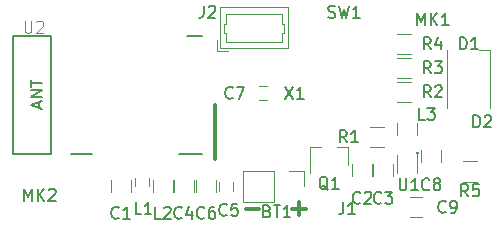
<source format=gto>
%TF.GenerationSoftware,KiCad,Pcbnew,no-vcs-found-8182369~60~ubuntu16.04.1*%
%TF.CreationDate,2017-09-13T17:00:57+05:30*%
%TF.ProjectId,snap_rev1,736E61705F726576312E6B696361645F,rev?*%
%TF.SameCoordinates,Original*%
%TF.FileFunction,Legend,Top*%
%TF.FilePolarity,Positive*%
%FSLAX46Y46*%
G04 Gerber Fmt 4.6, Leading zero omitted, Abs format (unit mm)*
G04 Created by KiCad (PCBNEW no-vcs-found-8182369~60~ubuntu16.04.1) date Wed Sep 13 17:00:57 2017*
%MOMM*%
%LPD*%
G01*
G04 APERTURE LIST*
%ADD10C,0.300000*%
%ADD11C,0.100000*%
%ADD12C,0.120000*%
%ADD13C,0.150000*%
%ADD14C,0.125000*%
G04 APERTURE END LIST*
D10*
X63436428Y-64623142D02*
X62293571Y-64623142D01*
X67373428Y-64623142D02*
X66230571Y-64623142D01*
X66802000Y-65194571D02*
X66802000Y-64051714D01*
D11*
X76708000Y-59817000D02*
X76708000Y-59944000D01*
X76835000Y-59817000D02*
X76708000Y-59817000D01*
X76835000Y-59944000D02*
X76835000Y-59817000D01*
D12*
%TO.C,U1*%
X76796000Y-59888000D02*
X76796000Y-61588000D01*
X75096000Y-60038000D02*
X75096000Y-61588000D01*
%TO.C,C1*%
X52539000Y-63238000D02*
X52539000Y-62238000D01*
X50839000Y-62238000D02*
X50839000Y-63238000D01*
%TO.C,C2*%
X72986000Y-61841000D02*
X72986000Y-60841000D01*
X71286000Y-60841000D02*
X71286000Y-61841000D01*
%TO.C,C3*%
X73064000Y-60841000D02*
X73064000Y-61841000D01*
X74764000Y-61841000D02*
X74764000Y-60841000D01*
%TO.C,C4*%
X57873000Y-63238000D02*
X57873000Y-62238000D01*
X56173000Y-62238000D02*
X56173000Y-63238000D01*
%TO.C,C6*%
X58078000Y-62238000D02*
X58078000Y-63238000D01*
X59778000Y-63238000D02*
X59778000Y-62238000D01*
%TO.C,C8*%
X78828000Y-60698000D02*
X78828000Y-59698000D01*
X77128000Y-59698000D02*
X77128000Y-60698000D01*
%TO.C,D1*%
X82953000Y-51171000D02*
X82053000Y-51171000D01*
X79353000Y-51171000D02*
X79353000Y-56071000D01*
X82953000Y-56071000D02*
X82953000Y-51171000D01*
%TO.C,J2*%
X60072000Y-47559000D02*
X60072000Y-51059000D01*
X60072000Y-51059000D02*
X65872000Y-51059000D01*
X65872000Y-51059000D02*
X65872000Y-47559000D01*
X65872000Y-47559000D02*
X60072000Y-47559000D01*
X62972000Y-50509000D02*
X60622000Y-50509000D01*
X60622000Y-50509000D02*
X60622000Y-49784000D01*
X60622000Y-49784000D02*
X60422000Y-49784000D01*
X60422000Y-49784000D02*
X60422000Y-48984000D01*
X60422000Y-48984000D02*
X60622000Y-48984000D01*
X60622000Y-48984000D02*
X60622000Y-48109000D01*
X60622000Y-48109000D02*
X62972000Y-48109000D01*
X62972000Y-50509000D02*
X65322000Y-50509000D01*
X65322000Y-50509000D02*
X65322000Y-49784000D01*
X65322000Y-49784000D02*
X65522000Y-49784000D01*
X65522000Y-49784000D02*
X65522000Y-48984000D01*
X65522000Y-48984000D02*
X65322000Y-48984000D01*
X65322000Y-48984000D02*
X65322000Y-48109000D01*
X65322000Y-48109000D02*
X62972000Y-48109000D01*
X59822000Y-51309000D02*
X59822000Y-50309000D01*
X59822000Y-51309000D02*
X60822000Y-51309000D01*
%TO.C,L2*%
X54395000Y-62238000D02*
X54395000Y-63238000D01*
X56095000Y-63238000D02*
X56095000Y-62238000D01*
%TO.C,L3*%
X75096000Y-57412000D02*
X75096000Y-58412000D01*
X76796000Y-58412000D02*
X76796000Y-57412000D01*
%TO.C,Q1*%
X70922000Y-59438000D02*
X69992000Y-59438000D01*
X67762000Y-59438000D02*
X68692000Y-59438000D01*
X67762000Y-59438000D02*
X67762000Y-61598000D01*
X70922000Y-59438000D02*
X70922000Y-60898000D01*
%TO.C,R1*%
X74006000Y-59427000D02*
X72806000Y-59427000D01*
X72806000Y-57667000D02*
X74006000Y-57667000D01*
%TO.C,R2*%
X76292000Y-55617000D02*
X75092000Y-55617000D01*
X75092000Y-53857000D02*
X76292000Y-53857000D01*
%TO.C,R3*%
X75092000Y-51825000D02*
X76292000Y-51825000D01*
X76292000Y-53585000D02*
X75092000Y-53585000D01*
%TO.C,R4*%
X76292000Y-51553000D02*
X75092000Y-51553000D01*
X75092000Y-49793000D02*
X76292000Y-49793000D01*
%TO.C,R5*%
X80680000Y-60588000D02*
X81880000Y-60588000D01*
X81880000Y-62348000D02*
X80680000Y-62348000D01*
D13*
%TO.C,U2*%
X45820000Y-50000000D02*
X45820000Y-60000000D01*
X42570000Y-60000000D02*
X42570000Y-50000000D01*
X49250600Y-60003800D02*
X47498000Y-60003800D01*
X42570400Y-60003800D02*
X45821600Y-60003800D01*
X58547000Y-60003800D02*
X56616600Y-60003800D01*
X58572400Y-49996200D02*
X57302400Y-49996200D01*
X42570400Y-49996200D02*
X45821600Y-49996200D01*
D10*
%TO.C,X1*%
X59690000Y-60452000D02*
X59690000Y-55880000D01*
D12*
%TO.C,C9*%
X77208000Y-63666000D02*
X76208000Y-63666000D01*
X76208000Y-65366000D02*
X77208000Y-65366000D01*
%TO.C,BT1*%
X62043000Y-61408000D02*
X62043000Y-64068000D01*
X64643000Y-61408000D02*
X62043000Y-61408000D01*
X64643000Y-64068000D02*
X62043000Y-64068000D01*
X64643000Y-61408000D02*
X64643000Y-64068000D01*
X65913000Y-61408000D02*
X67243000Y-61408000D01*
X67243000Y-61408000D02*
X67243000Y-62738000D01*
%TO.C,C5*%
X61179000Y-62388000D02*
X61179000Y-63088000D01*
X59979000Y-63088000D02*
X59979000Y-62388000D01*
%TO.C,C7*%
X64104000Y-55464000D02*
X63404000Y-55464000D01*
X63404000Y-54264000D02*
X64104000Y-54264000D01*
%TO.C,L1*%
X52867000Y-62707000D02*
X52867000Y-62007000D01*
X54067000Y-62007000D02*
X54067000Y-62707000D01*
%TO.C,D2*%
D13*
X81557904Y-57729380D02*
X81557904Y-56729380D01*
X81796000Y-56729380D01*
X81938857Y-56777000D01*
X82034095Y-56872238D01*
X82081714Y-56967476D01*
X82129333Y-57157952D01*
X82129333Y-57300809D01*
X82081714Y-57491285D01*
X82034095Y-57586523D01*
X81938857Y-57681761D01*
X81796000Y-57729380D01*
X81557904Y-57729380D01*
X82510285Y-56824619D02*
X82557904Y-56777000D01*
X82653142Y-56729380D01*
X82891238Y-56729380D01*
X82986476Y-56777000D01*
X83034095Y-56824619D01*
X83081714Y-56919857D01*
X83081714Y-57015095D01*
X83034095Y-57157952D01*
X82462666Y-57729380D01*
X83081714Y-57729380D01*
%TO.C,U1*%
X75311095Y-62063380D02*
X75311095Y-62872904D01*
X75358714Y-62968142D01*
X75406333Y-63015761D01*
X75501571Y-63063380D01*
X75692047Y-63063380D01*
X75787285Y-63015761D01*
X75834904Y-62968142D01*
X75882523Y-62872904D01*
X75882523Y-62063380D01*
X76882523Y-63063380D02*
X76311095Y-63063380D01*
X76596809Y-63063380D02*
X76596809Y-62063380D01*
X76501571Y-62206238D01*
X76406333Y-62301476D01*
X76311095Y-62349095D01*
%TO.C,C1*%
X51522333Y-65381142D02*
X51474714Y-65428761D01*
X51331857Y-65476380D01*
X51236619Y-65476380D01*
X51093761Y-65428761D01*
X50998523Y-65333523D01*
X50950904Y-65238285D01*
X50903285Y-65047809D01*
X50903285Y-64904952D01*
X50950904Y-64714476D01*
X50998523Y-64619238D01*
X51093761Y-64524000D01*
X51236619Y-64476380D01*
X51331857Y-64476380D01*
X51474714Y-64524000D01*
X51522333Y-64571619D01*
X52474714Y-65476380D02*
X51903285Y-65476380D01*
X52189000Y-65476380D02*
X52189000Y-64476380D01*
X52093761Y-64619238D01*
X51998523Y-64714476D01*
X51903285Y-64762095D01*
%TO.C,C2*%
X71969333Y-64111142D02*
X71921714Y-64158761D01*
X71778857Y-64206380D01*
X71683619Y-64206380D01*
X71540761Y-64158761D01*
X71445523Y-64063523D01*
X71397904Y-63968285D01*
X71350285Y-63777809D01*
X71350285Y-63634952D01*
X71397904Y-63444476D01*
X71445523Y-63349238D01*
X71540761Y-63254000D01*
X71683619Y-63206380D01*
X71778857Y-63206380D01*
X71921714Y-63254000D01*
X71969333Y-63301619D01*
X72350285Y-63301619D02*
X72397904Y-63254000D01*
X72493142Y-63206380D01*
X72731238Y-63206380D01*
X72826476Y-63254000D01*
X72874095Y-63301619D01*
X72921714Y-63396857D01*
X72921714Y-63492095D01*
X72874095Y-63634952D01*
X72302666Y-64206380D01*
X72921714Y-64206380D01*
%TO.C,C3*%
X73747333Y-64111142D02*
X73699714Y-64158761D01*
X73556857Y-64206380D01*
X73461619Y-64206380D01*
X73318761Y-64158761D01*
X73223523Y-64063523D01*
X73175904Y-63968285D01*
X73128285Y-63777809D01*
X73128285Y-63634952D01*
X73175904Y-63444476D01*
X73223523Y-63349238D01*
X73318761Y-63254000D01*
X73461619Y-63206380D01*
X73556857Y-63206380D01*
X73699714Y-63254000D01*
X73747333Y-63301619D01*
X74080666Y-63206380D02*
X74699714Y-63206380D01*
X74366380Y-63587333D01*
X74509238Y-63587333D01*
X74604476Y-63634952D01*
X74652095Y-63682571D01*
X74699714Y-63777809D01*
X74699714Y-64015904D01*
X74652095Y-64111142D01*
X74604476Y-64158761D01*
X74509238Y-64206380D01*
X74223523Y-64206380D01*
X74128285Y-64158761D01*
X74080666Y-64111142D01*
%TO.C,C4*%
X56856333Y-65381142D02*
X56808714Y-65428761D01*
X56665857Y-65476380D01*
X56570619Y-65476380D01*
X56427761Y-65428761D01*
X56332523Y-65333523D01*
X56284904Y-65238285D01*
X56237285Y-65047809D01*
X56237285Y-64904952D01*
X56284904Y-64714476D01*
X56332523Y-64619238D01*
X56427761Y-64524000D01*
X56570619Y-64476380D01*
X56665857Y-64476380D01*
X56808714Y-64524000D01*
X56856333Y-64571619D01*
X57713476Y-64809714D02*
X57713476Y-65476380D01*
X57475380Y-64428761D02*
X57237285Y-65143047D01*
X57856333Y-65143047D01*
%TO.C,C6*%
X58761333Y-65381142D02*
X58713714Y-65428761D01*
X58570857Y-65476380D01*
X58475619Y-65476380D01*
X58332761Y-65428761D01*
X58237523Y-65333523D01*
X58189904Y-65238285D01*
X58142285Y-65047809D01*
X58142285Y-64904952D01*
X58189904Y-64714476D01*
X58237523Y-64619238D01*
X58332761Y-64524000D01*
X58475619Y-64476380D01*
X58570857Y-64476380D01*
X58713714Y-64524000D01*
X58761333Y-64571619D01*
X59618476Y-64476380D02*
X59428000Y-64476380D01*
X59332761Y-64524000D01*
X59285142Y-64571619D01*
X59189904Y-64714476D01*
X59142285Y-64904952D01*
X59142285Y-65285904D01*
X59189904Y-65381142D01*
X59237523Y-65428761D01*
X59332761Y-65476380D01*
X59523238Y-65476380D01*
X59618476Y-65428761D01*
X59666095Y-65381142D01*
X59713714Y-65285904D01*
X59713714Y-65047809D01*
X59666095Y-64952571D01*
X59618476Y-64904952D01*
X59523238Y-64857333D01*
X59332761Y-64857333D01*
X59237523Y-64904952D01*
X59189904Y-64952571D01*
X59142285Y-65047809D01*
%TO.C,C8*%
X77811333Y-62968142D02*
X77763714Y-63015761D01*
X77620857Y-63063380D01*
X77525619Y-63063380D01*
X77382761Y-63015761D01*
X77287523Y-62920523D01*
X77239904Y-62825285D01*
X77192285Y-62634809D01*
X77192285Y-62491952D01*
X77239904Y-62301476D01*
X77287523Y-62206238D01*
X77382761Y-62111000D01*
X77525619Y-62063380D01*
X77620857Y-62063380D01*
X77763714Y-62111000D01*
X77811333Y-62158619D01*
X78382761Y-62491952D02*
X78287523Y-62444333D01*
X78239904Y-62396714D01*
X78192285Y-62301476D01*
X78192285Y-62253857D01*
X78239904Y-62158619D01*
X78287523Y-62111000D01*
X78382761Y-62063380D01*
X78573238Y-62063380D01*
X78668476Y-62111000D01*
X78716095Y-62158619D01*
X78763714Y-62253857D01*
X78763714Y-62301476D01*
X78716095Y-62396714D01*
X78668476Y-62444333D01*
X78573238Y-62491952D01*
X78382761Y-62491952D01*
X78287523Y-62539571D01*
X78239904Y-62587190D01*
X78192285Y-62682428D01*
X78192285Y-62872904D01*
X78239904Y-62968142D01*
X78287523Y-63015761D01*
X78382761Y-63063380D01*
X78573238Y-63063380D01*
X78668476Y-63015761D01*
X78716095Y-62968142D01*
X78763714Y-62872904D01*
X78763714Y-62682428D01*
X78716095Y-62587190D01*
X78668476Y-62539571D01*
X78573238Y-62491952D01*
%TO.C,D1*%
X80414904Y-51125380D02*
X80414904Y-50125380D01*
X80653000Y-50125380D01*
X80795857Y-50173000D01*
X80891095Y-50268238D01*
X80938714Y-50363476D01*
X80986333Y-50553952D01*
X80986333Y-50696809D01*
X80938714Y-50887285D01*
X80891095Y-50982523D01*
X80795857Y-51077761D01*
X80653000Y-51125380D01*
X80414904Y-51125380D01*
X81938714Y-51125380D02*
X81367285Y-51125380D01*
X81653000Y-51125380D02*
X81653000Y-50125380D01*
X81557761Y-50268238D01*
X81462523Y-50363476D01*
X81367285Y-50411095D01*
%TO.C,J1*%
X70532666Y-64095380D02*
X70532666Y-64809666D01*
X70485047Y-64952523D01*
X70389809Y-65047761D01*
X70246952Y-65095380D01*
X70151714Y-65095380D01*
X71532666Y-65095380D02*
X70961238Y-65095380D01*
X71246952Y-65095380D02*
X71246952Y-64095380D01*
X71151714Y-64238238D01*
X71056476Y-64333476D01*
X70961238Y-64381095D01*
%TO.C,J2*%
X58721666Y-47458380D02*
X58721666Y-48172666D01*
X58674047Y-48315523D01*
X58578809Y-48410761D01*
X58435952Y-48458380D01*
X58340714Y-48458380D01*
X59150238Y-47553619D02*
X59197857Y-47506000D01*
X59293095Y-47458380D01*
X59531190Y-47458380D01*
X59626428Y-47506000D01*
X59674047Y-47553619D01*
X59721666Y-47648857D01*
X59721666Y-47744095D01*
X59674047Y-47886952D01*
X59102619Y-48458380D01*
X59721666Y-48458380D01*
%TO.C,L2*%
X55078333Y-65476380D02*
X54602142Y-65476380D01*
X54602142Y-64476380D01*
X55364047Y-64571619D02*
X55411666Y-64524000D01*
X55506904Y-64476380D01*
X55745000Y-64476380D01*
X55840238Y-64524000D01*
X55887857Y-64571619D01*
X55935476Y-64666857D01*
X55935476Y-64762095D01*
X55887857Y-64904952D01*
X55316428Y-65476380D01*
X55935476Y-65476380D01*
%TO.C,L3*%
X77430333Y-57094380D02*
X76954142Y-57094380D01*
X76954142Y-56094380D01*
X77668428Y-56094380D02*
X78287476Y-56094380D01*
X77954142Y-56475333D01*
X78097000Y-56475333D01*
X78192238Y-56522952D01*
X78239857Y-56570571D01*
X78287476Y-56665809D01*
X78287476Y-56903904D01*
X78239857Y-56999142D01*
X78192238Y-57046761D01*
X78097000Y-57094380D01*
X77811285Y-57094380D01*
X77716047Y-57046761D01*
X77668428Y-56999142D01*
%TO.C,Q1*%
X69246761Y-63031619D02*
X69151523Y-62984000D01*
X69056285Y-62888761D01*
X68913428Y-62745904D01*
X68818190Y-62698285D01*
X68722952Y-62698285D01*
X68770571Y-62936380D02*
X68675333Y-62888761D01*
X68580095Y-62793523D01*
X68532476Y-62603047D01*
X68532476Y-62269714D01*
X68580095Y-62079238D01*
X68675333Y-61984000D01*
X68770571Y-61936380D01*
X68961047Y-61936380D01*
X69056285Y-61984000D01*
X69151523Y-62079238D01*
X69199142Y-62269714D01*
X69199142Y-62603047D01*
X69151523Y-62793523D01*
X69056285Y-62888761D01*
X68961047Y-62936380D01*
X68770571Y-62936380D01*
X70151523Y-62936380D02*
X69580095Y-62936380D01*
X69865809Y-62936380D02*
X69865809Y-61936380D01*
X69770571Y-62079238D01*
X69675333Y-62174476D01*
X69580095Y-62222095D01*
%TO.C,R1*%
X70826333Y-58999380D02*
X70493000Y-58523190D01*
X70254904Y-58999380D02*
X70254904Y-57999380D01*
X70635857Y-57999380D01*
X70731095Y-58047000D01*
X70778714Y-58094619D01*
X70826333Y-58189857D01*
X70826333Y-58332714D01*
X70778714Y-58427952D01*
X70731095Y-58475571D01*
X70635857Y-58523190D01*
X70254904Y-58523190D01*
X71778714Y-58999380D02*
X71207285Y-58999380D01*
X71493000Y-58999380D02*
X71493000Y-57999380D01*
X71397761Y-58142238D01*
X71302523Y-58237476D01*
X71207285Y-58285095D01*
%TO.C,R2*%
X77938333Y-55189380D02*
X77605000Y-54713190D01*
X77366904Y-55189380D02*
X77366904Y-54189380D01*
X77747857Y-54189380D01*
X77843095Y-54237000D01*
X77890714Y-54284619D01*
X77938333Y-54379857D01*
X77938333Y-54522714D01*
X77890714Y-54617952D01*
X77843095Y-54665571D01*
X77747857Y-54713190D01*
X77366904Y-54713190D01*
X78319285Y-54284619D02*
X78366904Y-54237000D01*
X78462142Y-54189380D01*
X78700238Y-54189380D01*
X78795476Y-54237000D01*
X78843095Y-54284619D01*
X78890714Y-54379857D01*
X78890714Y-54475095D01*
X78843095Y-54617952D01*
X78271666Y-55189380D01*
X78890714Y-55189380D01*
%TO.C,R3*%
X77938333Y-53157380D02*
X77605000Y-52681190D01*
X77366904Y-53157380D02*
X77366904Y-52157380D01*
X77747857Y-52157380D01*
X77843095Y-52205000D01*
X77890714Y-52252619D01*
X77938333Y-52347857D01*
X77938333Y-52490714D01*
X77890714Y-52585952D01*
X77843095Y-52633571D01*
X77747857Y-52681190D01*
X77366904Y-52681190D01*
X78271666Y-52157380D02*
X78890714Y-52157380D01*
X78557380Y-52538333D01*
X78700238Y-52538333D01*
X78795476Y-52585952D01*
X78843095Y-52633571D01*
X78890714Y-52728809D01*
X78890714Y-52966904D01*
X78843095Y-53062142D01*
X78795476Y-53109761D01*
X78700238Y-53157380D01*
X78414523Y-53157380D01*
X78319285Y-53109761D01*
X78271666Y-53062142D01*
%TO.C,R4*%
X77938333Y-51125380D02*
X77605000Y-50649190D01*
X77366904Y-51125380D02*
X77366904Y-50125380D01*
X77747857Y-50125380D01*
X77843095Y-50173000D01*
X77890714Y-50220619D01*
X77938333Y-50315857D01*
X77938333Y-50458714D01*
X77890714Y-50553952D01*
X77843095Y-50601571D01*
X77747857Y-50649190D01*
X77366904Y-50649190D01*
X78795476Y-50458714D02*
X78795476Y-51125380D01*
X78557380Y-50077761D02*
X78319285Y-50792047D01*
X78938333Y-50792047D01*
%TO.C,R5*%
X81113333Y-63571380D02*
X80780000Y-63095190D01*
X80541904Y-63571380D02*
X80541904Y-62571380D01*
X80922857Y-62571380D01*
X81018095Y-62619000D01*
X81065714Y-62666619D01*
X81113333Y-62761857D01*
X81113333Y-62904714D01*
X81065714Y-62999952D01*
X81018095Y-63047571D01*
X80922857Y-63095190D01*
X80541904Y-63095190D01*
X82018095Y-62571380D02*
X81541904Y-62571380D01*
X81494285Y-63047571D01*
X81541904Y-62999952D01*
X81637142Y-62952333D01*
X81875238Y-62952333D01*
X81970476Y-62999952D01*
X82018095Y-63047571D01*
X82065714Y-63142809D01*
X82065714Y-63380904D01*
X82018095Y-63476142D01*
X81970476Y-63523761D01*
X81875238Y-63571380D01*
X81637142Y-63571380D01*
X81541904Y-63523761D01*
X81494285Y-63476142D01*
%TO.C,SW1*%
X69278666Y-48410761D02*
X69421523Y-48458380D01*
X69659619Y-48458380D01*
X69754857Y-48410761D01*
X69802476Y-48363142D01*
X69850095Y-48267904D01*
X69850095Y-48172666D01*
X69802476Y-48077428D01*
X69754857Y-48029809D01*
X69659619Y-47982190D01*
X69469142Y-47934571D01*
X69373904Y-47886952D01*
X69326285Y-47839333D01*
X69278666Y-47744095D01*
X69278666Y-47648857D01*
X69326285Y-47553619D01*
X69373904Y-47506000D01*
X69469142Y-47458380D01*
X69707238Y-47458380D01*
X69850095Y-47506000D01*
X70183428Y-47458380D02*
X70421523Y-48458380D01*
X70612000Y-47744095D01*
X70802476Y-48458380D01*
X71040571Y-47458380D01*
X71945333Y-48458380D02*
X71373904Y-48458380D01*
X71659619Y-48458380D02*
X71659619Y-47458380D01*
X71564380Y-47601238D01*
X71469142Y-47696476D01*
X71373904Y-47744095D01*
%TO.C,U2*%
D14*
X43561095Y-48728380D02*
X43561095Y-49537904D01*
X43608714Y-49633142D01*
X43656333Y-49680761D01*
X43751571Y-49728380D01*
X43942047Y-49728380D01*
X44037285Y-49680761D01*
X44084904Y-49633142D01*
X44132523Y-49537904D01*
X44132523Y-48728380D01*
X44561095Y-48823619D02*
X44608714Y-48776000D01*
X44703952Y-48728380D01*
X44942047Y-48728380D01*
X45037285Y-48776000D01*
X45084904Y-48823619D01*
X45132523Y-48918857D01*
X45132523Y-49014095D01*
X45084904Y-49156952D01*
X44513476Y-49728380D01*
X45132523Y-49728380D01*
D13*
X44786666Y-56092857D02*
X44786666Y-55616666D01*
X45072380Y-56188095D02*
X44072380Y-55854761D01*
X45072380Y-55521428D01*
X45072380Y-55188095D02*
X44072380Y-55188095D01*
X45072380Y-54616666D01*
X44072380Y-54616666D01*
X44072380Y-54283333D02*
X44072380Y-53711904D01*
X45072380Y-53997619D02*
X44072380Y-53997619D01*
%TO.C,X1*%
X65611476Y-54316380D02*
X66278142Y-55316380D01*
X66278142Y-54316380D02*
X65611476Y-55316380D01*
X67182904Y-55316380D02*
X66611476Y-55316380D01*
X66897190Y-55316380D02*
X66897190Y-54316380D01*
X66801952Y-54459238D01*
X66706714Y-54554476D01*
X66611476Y-54602095D01*
%TO.C,C9*%
X79208333Y-64873142D02*
X79160714Y-64920761D01*
X79017857Y-64968380D01*
X78922619Y-64968380D01*
X78779761Y-64920761D01*
X78684523Y-64825523D01*
X78636904Y-64730285D01*
X78589285Y-64539809D01*
X78589285Y-64396952D01*
X78636904Y-64206476D01*
X78684523Y-64111238D01*
X78779761Y-64016000D01*
X78922619Y-63968380D01*
X79017857Y-63968380D01*
X79160714Y-64016000D01*
X79208333Y-64063619D01*
X79684523Y-64968380D02*
X79875000Y-64968380D01*
X79970238Y-64920761D01*
X80017857Y-64873142D01*
X80113095Y-64730285D01*
X80160714Y-64539809D01*
X80160714Y-64158857D01*
X80113095Y-64063619D01*
X80065476Y-64016000D01*
X79970238Y-63968380D01*
X79779761Y-63968380D01*
X79684523Y-64016000D01*
X79636904Y-64063619D01*
X79589285Y-64158857D01*
X79589285Y-64396952D01*
X79636904Y-64492190D01*
X79684523Y-64539809D01*
X79779761Y-64587428D01*
X79970238Y-64587428D01*
X80065476Y-64539809D01*
X80113095Y-64492190D01*
X80160714Y-64396952D01*
%TO.C,BT1*%
X64111285Y-64825571D02*
X64254142Y-64873190D01*
X64301761Y-64920809D01*
X64349380Y-65016047D01*
X64349380Y-65158904D01*
X64301761Y-65254142D01*
X64254142Y-65301761D01*
X64158904Y-65349380D01*
X63777952Y-65349380D01*
X63777952Y-64349380D01*
X64111285Y-64349380D01*
X64206523Y-64397000D01*
X64254142Y-64444619D01*
X64301761Y-64539857D01*
X64301761Y-64635095D01*
X64254142Y-64730333D01*
X64206523Y-64777952D01*
X64111285Y-64825571D01*
X63777952Y-64825571D01*
X64635095Y-64349380D02*
X65206523Y-64349380D01*
X64920809Y-65349380D02*
X64920809Y-64349380D01*
X66063666Y-65349380D02*
X65492238Y-65349380D01*
X65777952Y-65349380D02*
X65777952Y-64349380D01*
X65682714Y-64492238D01*
X65587476Y-64587476D01*
X65492238Y-64635095D01*
%TO.C,C5*%
X60666333Y-65127142D02*
X60618714Y-65174761D01*
X60475857Y-65222380D01*
X60380619Y-65222380D01*
X60237761Y-65174761D01*
X60142523Y-65079523D01*
X60094904Y-64984285D01*
X60047285Y-64793809D01*
X60047285Y-64650952D01*
X60094904Y-64460476D01*
X60142523Y-64365238D01*
X60237761Y-64270000D01*
X60380619Y-64222380D01*
X60475857Y-64222380D01*
X60618714Y-64270000D01*
X60666333Y-64317619D01*
X61571095Y-64222380D02*
X61094904Y-64222380D01*
X61047285Y-64698571D01*
X61094904Y-64650952D01*
X61190142Y-64603333D01*
X61428238Y-64603333D01*
X61523476Y-64650952D01*
X61571095Y-64698571D01*
X61618714Y-64793809D01*
X61618714Y-65031904D01*
X61571095Y-65127142D01*
X61523476Y-65174761D01*
X61428238Y-65222380D01*
X61190142Y-65222380D01*
X61094904Y-65174761D01*
X61047285Y-65127142D01*
%TO.C,C7*%
X61174333Y-55221142D02*
X61126714Y-55268761D01*
X60983857Y-55316380D01*
X60888619Y-55316380D01*
X60745761Y-55268761D01*
X60650523Y-55173523D01*
X60602904Y-55078285D01*
X60555285Y-54887809D01*
X60555285Y-54744952D01*
X60602904Y-54554476D01*
X60650523Y-54459238D01*
X60745761Y-54364000D01*
X60888619Y-54316380D01*
X60983857Y-54316380D01*
X61126714Y-54364000D01*
X61174333Y-54411619D01*
X61507666Y-54316380D02*
X62174333Y-54316380D01*
X61745761Y-55316380D01*
%TO.C,L1*%
X53427333Y-65095380D02*
X52951142Y-65095380D01*
X52951142Y-64095380D01*
X54284476Y-65095380D02*
X53713047Y-65095380D01*
X53998761Y-65095380D02*
X53998761Y-64095380D01*
X53903523Y-64238238D01*
X53808285Y-64333476D01*
X53713047Y-64381095D01*
%TO.C,MK1*%
X76795476Y-49093380D02*
X76795476Y-48093380D01*
X77128809Y-48807666D01*
X77462142Y-48093380D01*
X77462142Y-49093380D01*
X77938333Y-49093380D02*
X77938333Y-48093380D01*
X78509761Y-49093380D02*
X78081190Y-48521952D01*
X78509761Y-48093380D02*
X77938333Y-48664809D01*
X79462142Y-49093380D02*
X78890714Y-49093380D01*
X79176428Y-49093380D02*
X79176428Y-48093380D01*
X79081190Y-48236238D01*
X78985952Y-48331476D01*
X78890714Y-48379095D01*
%TO.C,MK2*%
X43521476Y-63952380D02*
X43521476Y-62952380D01*
X43854809Y-63666666D01*
X44188142Y-62952380D01*
X44188142Y-63952380D01*
X44664333Y-63952380D02*
X44664333Y-62952380D01*
X45235761Y-63952380D02*
X44807190Y-63380952D01*
X45235761Y-62952380D02*
X44664333Y-63523809D01*
X45616714Y-63047619D02*
X45664333Y-63000000D01*
X45759571Y-62952380D01*
X45997666Y-62952380D01*
X46092904Y-63000000D01*
X46140523Y-63047619D01*
X46188142Y-63142857D01*
X46188142Y-63238095D01*
X46140523Y-63380952D01*
X45569095Y-63952380D01*
X46188142Y-63952380D01*
%TD*%
M02*

</source>
